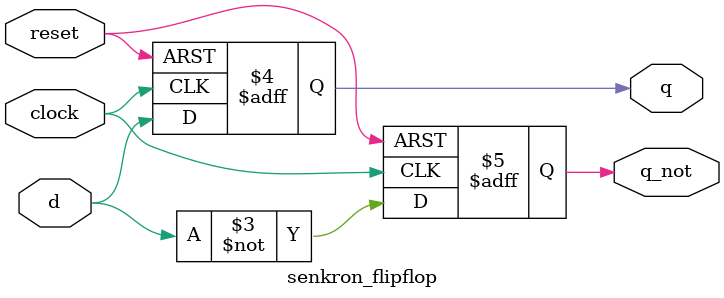
<source format=v>
module senkron_flipflop(
    input d,
    input clock,
    input reset,
    output reg q,
    output reg q_not
);

always @(posedge clock, posedge reset) begin
    if (reset == 1) begin
        q = 0;
        q_not = 1;
    end
    else begin 
        q = d;
        q_not = ~d;
    end
        
end

endmodule

//reset = 1 olduğunda output sıfırlanır
//senkron reset = reset değiştiğinde hemen output sıfırlanmaz
//asenkron reset = reset değiştiğinde hemen output sıfırlanır
</source>
